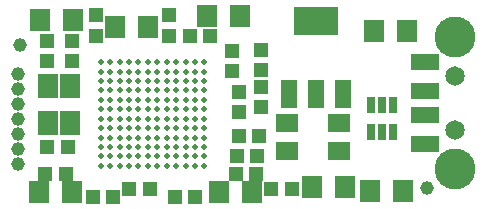
<source format=gbr>
%FSLAX23Y23*%
%MOIN*%
G04 EasyPC Gerber Version 17.0 Build 3379 *
%ADD157R,0.02962X0.05324*%
%ADD152R,0.04537X0.04931*%
%ADD146R,0.04734X0.04852*%
%ADD147R,0.04931X0.04537*%
%ADD150R,0.05400X0.09400*%
%ADD155R,0.06506X0.08080*%
%ADD140R,0.06899X0.07687*%
%ADD154R,0.09261X0.05324*%
%ADD151R,0.14773X0.09261*%
%ADD149C,0.01978*%
%ADD94C,0.04537*%
%ADD105C,0.04537*%
%ADD93C,0.06518*%
%ADD92C,0.13655*%
%ADD153R,0.04931X0.04537*%
%ADD141R,0.04852X0.04734*%
%ADD148R,0.04537X0.04931*%
%ADD156R,0.07687X0.06112*%
X0Y0D02*
D02*
D92*
X1758Y353D03*
Y793D03*
D02*
D93*
Y484D03*
Y662D03*
D02*
D94*
X307Y767D03*
X1665Y290D03*
D02*
D105*
X303Y369D03*
Y419D03*
Y469D03*
Y519D03*
Y569D03*
Y619D03*
Y669D03*
D02*
D140*
X372Y275D03*
X374Y850D03*
X482Y275D03*
X484Y850D03*
X624Y826D03*
X734D03*
X933Y863D03*
X972Y275D03*
X1043Y863D03*
X1082Y275D03*
X1283Y292D03*
X1393D03*
X1476Y281D03*
X1488Y814D03*
X1586Y281D03*
X1598Y814D03*
D02*
D141*
X563Y797D03*
Y866D03*
X805Y797D03*
Y866D03*
X1014Y679D03*
Y748D03*
X1112Y559D03*
Y628D03*
D02*
D146*
X398Y428D03*
X467D03*
X550Y261D03*
X619D03*
X824D03*
X892D03*
X1146Y285D03*
X1215D03*
D02*
D147*
X1039Y464D03*
X1106D03*
D02*
D148*
X1039Y544D03*
Y611D03*
D02*
D149*
X577Y363D03*
Y395D03*
Y426D03*
Y458D03*
Y489D03*
Y521D03*
Y552D03*
Y584D03*
Y615D03*
Y647D03*
Y678D03*
Y710D03*
X608Y363D03*
Y395D03*
Y426D03*
Y458D03*
Y489D03*
Y521D03*
Y552D03*
Y584D03*
Y615D03*
Y647D03*
Y678D03*
Y710D03*
X640Y363D03*
Y395D03*
Y426D03*
Y458D03*
Y489D03*
Y521D03*
Y552D03*
Y584D03*
Y615D03*
Y647D03*
Y678D03*
Y710D03*
X671Y363D03*
Y395D03*
Y426D03*
Y458D03*
Y489D03*
Y521D03*
Y552D03*
Y584D03*
Y615D03*
Y647D03*
Y678D03*
Y710D03*
X702Y363D03*
Y395D03*
Y426D03*
Y458D03*
Y489D03*
Y521D03*
Y552D03*
Y584D03*
Y615D03*
Y647D03*
Y678D03*
Y710D03*
X734Y363D03*
Y395D03*
Y426D03*
Y458D03*
Y489D03*
Y521D03*
Y552D03*
Y584D03*
Y615D03*
Y647D03*
Y678D03*
Y710D03*
X765Y363D03*
Y395D03*
Y426D03*
Y458D03*
Y489D03*
Y521D03*
Y552D03*
Y584D03*
Y615D03*
Y647D03*
Y678D03*
Y710D03*
X797Y363D03*
Y395D03*
Y426D03*
Y458D03*
Y489D03*
Y521D03*
Y552D03*
Y584D03*
Y615D03*
Y647D03*
Y678D03*
Y710D03*
X828Y363D03*
Y395D03*
Y426D03*
Y458D03*
Y489D03*
Y521D03*
Y552D03*
Y584D03*
Y615D03*
Y647D03*
Y678D03*
Y710D03*
X860Y363D03*
Y395D03*
Y426D03*
Y458D03*
Y489D03*
Y521D03*
Y552D03*
Y584D03*
Y615D03*
Y647D03*
Y678D03*
Y710D03*
X891Y363D03*
Y395D03*
Y426D03*
Y458D03*
Y489D03*
Y521D03*
Y552D03*
Y584D03*
Y615D03*
Y647D03*
Y678D03*
Y710D03*
X923Y363D03*
Y395D03*
Y426D03*
Y458D03*
Y489D03*
Y521D03*
Y552D03*
Y584D03*
Y615D03*
Y647D03*
Y678D03*
Y710D03*
D02*
D150*
X1204Y602D03*
X1295D03*
X1386D03*
D02*
D151*
X1295Y846D03*
D02*
D152*
X393Y338D03*
X460D03*
X673Y285D03*
X740D03*
X876Y798D03*
X943D03*
X1027Y338D03*
X1031Y395D03*
X1094Y338D03*
X1098Y395D03*
D02*
D153*
X399Y712D03*
Y779D03*
X480Y712D03*
Y779D03*
X1112Y682D03*
Y749D03*
D02*
D154*
X1659Y435D03*
Y534D03*
Y612D03*
Y711D03*
D02*
D155*
X401Y505D03*
Y631D03*
X474Y505D03*
Y631D03*
D02*
D156*
X1199Y413D03*
Y507D03*
X1372Y413D03*
Y507D03*
D02*
D157*
X1478Y476D03*
Y566D03*
X1515Y476D03*
Y566D03*
X1553Y476D03*
Y566D03*
X0Y0D02*
M02*

</source>
